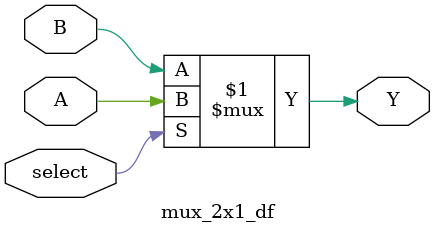
<source format=sv>
module mux_2x1_df(
	output Y,
	input A, B, select
	);

	assign Y = select ? A : B;

endmodule
</source>
